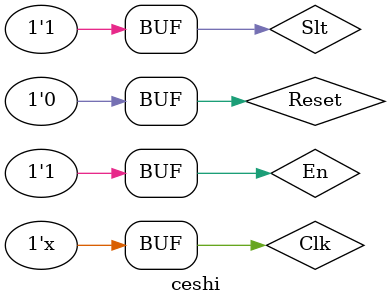
<source format=v>
`timescale 1ns / 1ps


module ceshi;

	// Inputs
	reg Clk;
	reg Reset;
	reg Slt;
	reg En;

	// Outputs
	wire [63:0] Output0;
	wire [63:0] Output1;
   wire [20:0] ceshi;
	// Instantiate the Unit Under Test (UUT)
	code uut (
		.Clk(Clk), 
		.Reset(Reset), 
		.Slt(Slt), 
		.En(En), 
		.Output0(Output0), 
		.Output1(Output1),
		.ceshi(ceshi)
	);

	initial begin
		// Initialize Inputs
		
	#5	   Clk=0;
			Reset=1;
			Slt=0;
			En=0;
	  #10 Reset=0;
			Slt=1;
			En=1;

		// Wait 100 ns for global reset to finish
		//#100;
        
		// Add stimulus here

	end
   always #5 Clk=~Clk;
endmodule


</source>
